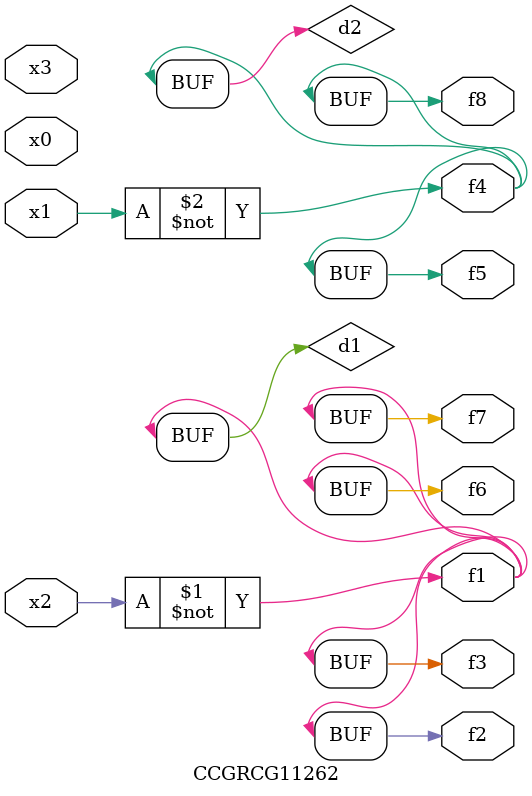
<source format=v>
module CCGRCG11262(
	input x0, x1, x2, x3,
	output f1, f2, f3, f4, f5, f6, f7, f8
);

	wire d1, d2;

	xnor (d1, x2);
	not (d2, x1);
	assign f1 = d1;
	assign f2 = d1;
	assign f3 = d1;
	assign f4 = d2;
	assign f5 = d2;
	assign f6 = d1;
	assign f7 = d1;
	assign f8 = d2;
endmodule

</source>
